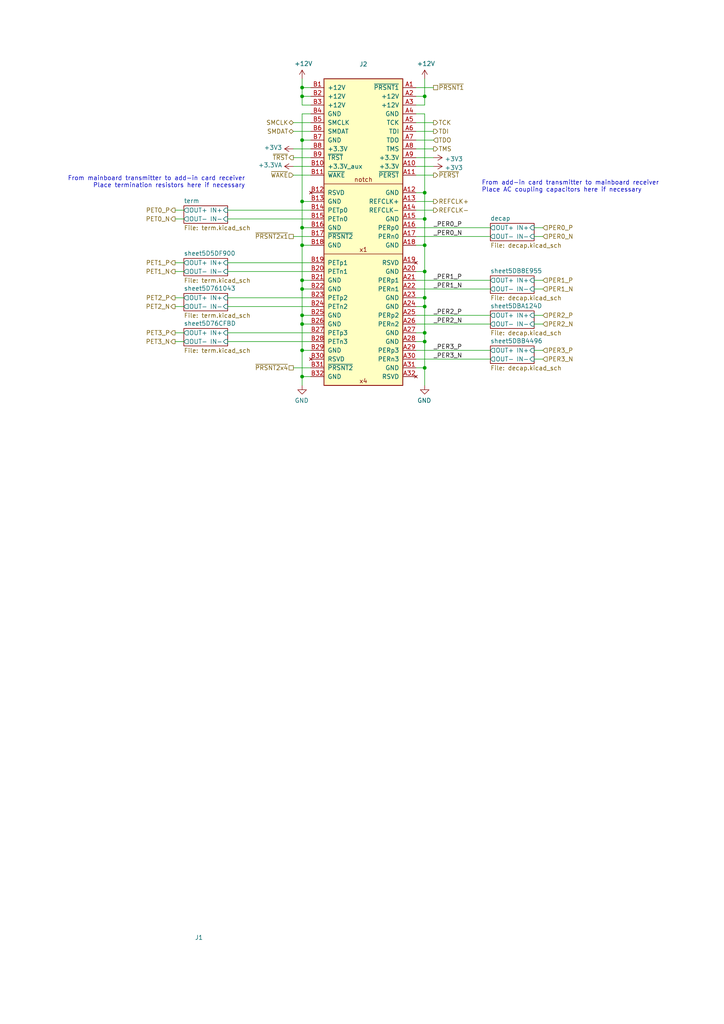
<source format=kicad_sch>
(kicad_sch (version 20211123) (generator eeschema)
  (paper "A4" portrait)
  (title_block (title "PCIexpress_x4_half") (company "Author: Luca Anastasio"))
  (lib_symbols
    (symbol "PCIexpress:PCIexpress_bracket" (pin_names (offset 1.016))
      (property "Reference" "J" (at 0 0 0))
      (property "Value" "PCIexpress_bracket" (at 0 0 0))
    )
    (symbol "PCIexpress:PCIexpress_x4" (pin_names (offset 1.016))
      (property "Reference" "J" (at 0 3.81 0))
      (property "Value" "PCIexpress_x4" (at 0 1.27 0))
      (symbol "PCIexpress_x4_0_0"
        (text "notch" (at 0 -29.21 0) (effects (font (size 1.27 1.27))))
        (text "x1" (at 0 -49.53 0) (effects (font (size 1.27 1.27))))
        (text "x4" (at 0 -87.63 0) (effects (font (size 1.27 1.27))))
      )
      (symbol "PCIexpress_x4_0_1"
        (polyline (pts (xy 11.43 -50.8) (xy -11.43 -50.8)))
        (polyline (pts (xy 11.43 -30.48) (xy -11.43 -30.48)))
      )
      (symbol "PCIexpress_x4_1_1"
        (rectangle (start 11.43 0) (end -11.43 -88.9) (stroke (width 0.254)) (fill (type background)))
        (pin passive line (at 15.24 -2.54 180) (length 3.81) (name "~{PRSNT1}") (number "A1"))
        (pin power_out line (at 15.24 -25.4 180) (length 3.81) (name "+3.3V") (number "A10"))
        (pin output line (at 15.24 -27.94 180) (length 3.81) (name "~{PERST}") (number "A11"))
        (pin power_out line (at 15.24 -33.02 180) (length 3.81) (name "GND") (number "A12"))
        (pin output line (at 15.24 -35.56 180) (length 3.81) (name "REFCLK+") (number "A13"))
        (pin output line (at 15.24 -38.1 180) (length 3.81) (name "REFCLK-") (number "A14"))
        (pin power_out line (at 15.24 -40.64 180) (length 3.81) (name "GND") (number "A15"))
        (pin input line (at 15.24 -43.18 180) (length 3.81) (name "PERp0") (number "A16"))
        (pin input line (at 15.24 -45.72 180) (length 3.81) (name "PERn0") (number "A17"))
        (pin power_out line (at 15.24 -48.26 180) (length 3.81) (name "GND") (number "A18"))
        (pin no_connect line (at 15.24 -53.34 180) (length 3.81) (name "RSVD") (number "A19"))
        (pin power_out line (at 15.24 -5.08 180) (length 3.81) (name "+12V") (number "A2"))
        (pin power_out line (at 15.24 -55.88 180) (length 3.81) (name "GND") (number "A20"))
        (pin input line (at 15.24 -58.42 180) (length 3.81) (name "PERp1") (number "A21"))
        (pin input line (at 15.24 -60.96 180) (length 3.81) (name "PERn1") (number "A22"))
        (pin power_out line (at 15.24 -63.5 180) (length 3.81) (name "GND") (number "A23"))
        (pin power_out line (at 15.24 -66.04 180) (length 3.81) (name "GND") (number "A24"))
        (pin input line (at 15.24 -68.58 180) (length 3.81) (name "PERp2") (number "A25"))
        (pin input line (at 15.24 -71.12 180) (length 3.81) (name "PERn2") (number "A26"))
        (pin power_out line (at 15.24 -73.66 180) (length 3.81) (name "GND") (number "A27"))
        (pin power_out line (at 15.24 -76.2 180) (length 3.81) (name "GND") (number "A28"))
        (pin input line (at 15.24 -78.74 180) (length 3.81) (name "PERp3") (number "A29"))
        (pin power_out line (at 15.24 -7.62 180) (length 3.81) (name "+12V") (number "A3"))
        (pin input line (at 15.24 -81.28 180) (length 3.81) (name "PERn3") (number "A30"))
        (pin power_out line (at 15.24 -83.82 180) (length 3.81) (name "GND") (number "A31"))
        (pin no_connect line (at 15.24 -86.36 180) (length 3.81) (name "RSVD") (number "A32"))
        (pin power_out line (at 15.24 -10.16 180) (length 3.81) (name "GND") (number "A4"))
        (pin output line (at 15.24 -12.7 180) (length 3.81) (name "TCK") (number "A5"))
        (pin output line (at 15.24 -15.24 180) (length 3.81) (name "TDI") (number "A6"))
        (pin input line (at 15.24 -17.78 180) (length 3.81) (name "TDO") (number "A7"))
        (pin output line (at 15.24 -20.32 180) (length 3.81) (name "TMS") (number "A8"))
        (pin power_out line (at 15.24 -22.86 180) (length 3.81) (name "+3.3V") (number "A9"))
        (pin power_out line (at -15.24 -2.54 0) (length 3.81) (name "+12V") (number "B1"))
        (pin power_out line (at -15.24 -25.4 0) (length 3.81) (name "+3.3V_aux") (number "B10"))
        (pin open_collector line (at -15.24 -27.94 0) (length 3.81) (name "~{WAKE}") (number "B11"))
        (pin no_connect line (at -15.24 -33.02 0) (length 3.81) (name "RSVD") (number "B12"))
        (pin power_out line (at -15.24 -35.56 0) (length 3.81) (name "GND") (number "B13"))
        (pin output line (at -15.24 -38.1 0) (length 3.81) (name "PETp0") (number "B14"))
        (pin output line (at -15.24 -40.64 0) (length 3.81) (name "PETn0") (number "B15"))
        (pin power_out line (at -15.24 -43.18 0) (length 3.81) (name "GND") (number "B16"))
        (pin passive line (at -15.24 -45.72 0) (length 3.81) (name "~{PRSNT2}") (number "B17"))
        (pin power_out line (at -15.24 -48.26 0) (length 3.81) (name "GND") (number "B18"))
        (pin output line (at -15.24 -53.34 0) (length 3.81) (name "PETp1") (number "B19"))
        (pin power_out line (at -15.24 -5.08 0) (length 3.81) (name "+12V") (number "B2"))
        (pin output line (at -15.24 -55.88 0) (length 3.81) (name "PETn1") (number "B20"))
        (pin power_out line (at -15.24 -58.42 0) (length 3.81) (name "GND") (number "B21"))
        (pin power_out line (at -15.24 -60.96 0) (length 3.81) (name "GND") (number "B22"))
        (pin output line (at -15.24 -63.5 0) (length 3.81) (name "PETp2") (number "B23"))
        (pin output line (at -15.24 -66.04 0) (length 3.81) (name "PETn2") (number "B24"))
        (pin power_out line (at -15.24 -68.58 0) (length 3.81) (name "GND") (number "B25"))
        (pin power_out line (at -15.24 -71.12 0) (length 3.81) (name "GND") (number "B26"))
        (pin output line (at -15.24 -73.66 0) (length 3.81) (name "PETp3") (number "B27"))
        (pin output line (at -15.24 -76.2 0) (length 3.81) (name "PETn3") (number "B28"))
        (pin power_out line (at -15.24 -78.74 0) (length 3.81) (name "GND") (number "B29"))
        (pin power_out line (at -15.24 -7.62 0) (length 3.81) (name "+12V") (number "B3"))
        (pin no_connect line (at -15.24 -81.28 0) (length 3.81) (name "RSVD") (number "B30"))
        (pin passive line (at -15.24 -83.82 0) (length 3.81) (name "~{PRSNT2}") (number "B31"))
        (pin power_out line (at -15.24 -86.36 0) (length 3.81) (name "GND") (number "B32"))
        (pin power_out line (at -15.24 -10.16 0) (length 3.81) (name "GND") (number "B4"))
        (pin open_collector line (at -15.24 -12.7 0) (length 3.81) (name "SMCLK") (number "B5"))
        (pin open_collector line (at -15.24 -15.24 0) (length 3.81) (name "SMDAT") (number "B6"))
        (pin power_out line (at -15.24 -17.78 0) (length 3.81) (name "GND") (number "B7"))
        (pin power_out line (at -15.24 -20.32 0) (length 3.81) (name "+3.3V") (number "B8"))
        (pin output line (at -15.24 -22.86 0) (length 3.81) (name "~{TRST}") (number "B9"))
      )
    )
    (symbol "PCIexpress_x4_half-rescue:+3.3V-power" (power) (pin_names (offset 0))
      (property "Value" "+3.3V-power" (at 0 3.556 0))
      (symbol "+3.3V-power_0_1"
        (polyline (pts (xy -0.762 1.27) (xy 0 2.54)))
        (polyline (pts (xy 0 0) (xy 0 2.54)))
        (polyline (pts (xy 0 2.54) (xy 0.762 1.27)))
      )
      (symbol "+3.3V-power_1_1"
        (pin power_in line (at 0 0 90) (length 0) hide (name "+3V3") (number "1"))
      )
    )
    (symbol "power:+12V" (power) (pin_names (offset 0))
      (property "Value" "+12V" (at 0 3.556 0))
      (symbol "+12V_0_1"
        (polyline (pts (xy -0.762 1.27) (xy 0 2.54)))
        (polyline (pts (xy 0 0) (xy 0 2.54)))
        (polyline (pts (xy 0 2.54) (xy 0.762 1.27)))
      )
      (symbol "+12V_1_1"
        (pin power_in line (at 0 0 90) (length 0) hide (name "+12V") (number "1"))
      )
    )
    (symbol "power:+3.3VA" (power) (pin_names (offset 0))
      (property "Value" "+3.3VA" (at 0 3.556 0))
      (symbol "+3.3VA_0_1"
        (polyline (pts (xy -0.762 1.27) (xy 0 2.54)))
        (polyline (pts (xy 0 0) (xy 0 2.54)))
        (polyline (pts (xy 0 2.54) (xy 0.762 1.27)))
      )
      (symbol "+3.3VA_1_1"
        (pin power_in line (at 0 0 90) (length 0) hide (name "+3.3VA") (number "1"))
      )
    )
    (symbol "power:GND" (power) (pin_names (offset 0))
      (property "Value" "GND" (at 0 -3.81 0))
      (symbol "GND_0_1"
        (polyline (pts (xy 0 0) (xy 0 -1.27) (xy 1.27 -1.27) (xy 0 -2.54) (xy -1.27 -1.27) (xy 0 -1.27)))
      )
      (symbol "GND_1_1"
        (pin power_in line (at 0 0 270) (length 0) hide (name "GND") (number "1"))
      )
    )
  )
  (junction (at 123.19 27.94))
  (junction (at 87.63 58.42))
  (junction (at 123.19 106.68))
  (junction (at 87.63 93.98))
  (junction (at 87.63 83.82))
  (junction (at 87.63 81.28))
  (junction (at 123.19 86.36))
  (junction (at 87.63 25.4))
  (junction (at 87.63 109.22))
  (junction (at 87.63 40.64))
  (junction (at 123.19 96.52))
  (junction (at 123.19 55.88))
  (junction (at 87.63 71.12))
  (junction (at 123.19 99.06))
  (junction (at 123.19 63.5))
  (junction (at 87.63 27.94))
  (junction (at 87.63 66.04))
  (junction (at 87.63 91.44))
  (junction (at 87.63 101.6))
  (junction (at 123.19 71.12))
  (junction (at 123.19 78.74))
  (junction (at 123.19 88.9))
  (wire (pts (xy 120.65 93.98) (xy 142.24 93.98)))
  (wire (pts (xy 120.65 30.48) (xy 123.19 30.48)))
  (wire (pts (xy 123.19 78.74) (xy 123.19 86.36)))
  (wire (pts (xy 90.17 66.04) (xy 87.63 66.04)))
  (wire (pts (xy 123.19 88.9) (xy 123.19 96.52)))
  (wire (pts (xy 120.65 60.96) (xy 125.73 60.96)))
  (wire (pts (xy 90.17 40.64) (xy 87.63 40.64)))
  (wire (pts (xy 120.65 66.04) (xy 142.24 66.04)))
  (wire (pts (xy 66.04 63.5) (xy 90.17 63.5)))
  (wire (pts (xy 85.09 48.26) (xy 90.17 48.26)))
  (wire (pts (xy 87.63 109.22) (xy 87.63 101.6)))
  (wire (pts (xy 90.17 25.4) (xy 87.63 25.4)))
  (wire (pts (xy 90.17 83.82) (xy 87.63 83.82)))
  (wire (pts (xy 66.04 76.2) (xy 90.17 76.2)))
  (wire (pts (xy 154.94 68.58) (xy 157.48 68.58)))
  (wire (pts (xy 120.65 78.74) (xy 123.19 78.74)))
  (wire (pts (xy 120.65 63.5) (xy 123.19 63.5)))
  (wire (pts (xy 87.63 40.64) (xy 87.63 33.02)))
  (wire (pts (xy 154.94 93.98) (xy 157.48 93.98)))
  (wire (pts (xy 87.63 66.04) (xy 87.63 58.42)))
  (wire (pts (xy 85.09 43.18) (xy 90.17 43.18)))
  (wire (pts (xy 120.65 101.6) (xy 142.24 101.6)))
  (wire (pts (xy 120.65 25.4) (xy 125.73 25.4)))
  (wire (pts (xy 123.19 86.36) (xy 123.19 88.9)))
  (wire (pts (xy 120.65 99.06) (xy 123.19 99.06)))
  (wire (pts (xy 154.94 66.04) (xy 157.48 66.04)))
  (wire (pts (xy 154.94 101.6) (xy 157.48 101.6)))
  (wire (pts (xy 154.94 91.44) (xy 157.48 91.44)))
  (wire (pts (xy 66.04 99.06) (xy 90.17 99.06)))
  (wire (pts (xy 87.63 91.44) (xy 87.63 83.82)))
  (wire (pts (xy 120.65 35.56) (xy 125.73 35.56)))
  (wire (pts (xy 90.17 30.48) (xy 87.63 30.48)))
  (wire (pts (xy 120.65 68.58) (xy 142.24 68.58)))
  (wire (pts (xy 120.65 104.14) (xy 142.24 104.14)))
  (wire (pts (xy 66.04 60.96) (xy 90.17 60.96)))
  (wire (pts (xy 85.09 106.68) (xy 90.17 106.68)))
  (wire (pts (xy 87.63 58.42) (xy 87.63 40.64)))
  (wire (pts (xy 123.19 71.12) (xy 123.19 78.74)))
  (wire (pts (xy 120.65 71.12) (xy 123.19 71.12)))
  (wire (pts (xy 50.8 78.74) (xy 53.34 78.74)))
  (wire (pts (xy 90.17 109.22) (xy 87.63 109.22)))
  (wire (pts (xy 120.65 58.42) (xy 125.73 58.42)))
  (wire (pts (xy 123.19 33.02) (xy 120.65 33.02)))
  (wire (pts (xy 87.63 25.4) (xy 87.63 22.86)))
  (wire (pts (xy 87.63 27.94) (xy 90.17 27.94)))
  (wire (pts (xy 50.8 63.5) (xy 53.34 63.5)))
  (wire (pts (xy 120.65 81.28) (xy 142.24 81.28)))
  (wire (pts (xy 154.94 81.28) (xy 157.48 81.28)))
  (wire (pts (xy 123.19 27.94) (xy 120.65 27.94)))
  (wire (pts (xy 120.65 86.36) (xy 123.19 86.36)))
  (wire (pts (xy 87.63 101.6) (xy 87.63 93.98)))
  (wire (pts (xy 123.19 111.76) (xy 123.19 106.68)))
  (wire (pts (xy 50.8 60.96) (xy 53.34 60.96)))
  (wire (pts (xy 85.09 50.8) (xy 90.17 50.8)))
  (wire (pts (xy 120.65 50.8) (xy 125.73 50.8)))
  (wire (pts (xy 66.04 78.74) (xy 90.17 78.74)))
  (wire (pts (xy 66.04 96.52) (xy 90.17 96.52)))
  (wire (pts (xy 90.17 68.58) (xy 85.09 68.58)))
  (wire (pts (xy 123.19 30.48) (xy 123.19 27.94)))
  (wire (pts (xy 85.09 38.1) (xy 90.17 38.1)))
  (wire (pts (xy 123.19 63.5) (xy 123.19 71.12)))
  (wire (pts (xy 120.65 45.72) (xy 125.73 45.72)))
  (wire (pts (xy 123.19 99.06) (xy 123.19 106.68)))
  (wire (pts (xy 87.63 33.02) (xy 90.17 33.02)))
  (wire (pts (xy 120.65 83.82) (xy 142.24 83.82)))
  (wire (pts (xy 120.65 88.9) (xy 123.19 88.9)))
  (wire (pts (xy 120.65 48.26) (xy 125.73 48.26)))
  (wire (pts (xy 50.8 96.52) (xy 53.34 96.52)))
  (wire (pts (xy 50.8 99.06) (xy 53.34 99.06)))
  (wire (pts (xy 90.17 101.6) (xy 87.63 101.6)))
  (wire (pts (xy 87.63 83.82) (xy 87.63 81.28)))
  (wire (pts (xy 120.65 55.88) (xy 123.19 55.88)))
  (wire (pts (xy 123.19 33.02) (xy 123.19 55.88)))
  (wire (pts (xy 90.17 93.98) (xy 87.63 93.98)))
  (wire (pts (xy 154.94 104.14) (xy 157.48 104.14)))
  (wire (pts (xy 120.65 40.64) (xy 125.73 40.64)))
  (wire (pts (xy 50.8 86.36) (xy 53.34 86.36)))
  (wire (pts (xy 154.94 83.82) (xy 157.48 83.82)))
  (wire (pts (xy 87.63 71.12) (xy 87.63 66.04)))
  (wire (pts (xy 120.65 38.1) (xy 125.73 38.1)))
  (wire (pts (xy 85.09 45.72) (xy 90.17 45.72)))
  (wire (pts (xy 50.8 76.2) (xy 53.34 76.2)))
  (wire (pts (xy 85.09 35.56) (xy 90.17 35.56)))
  (wire (pts (xy 90.17 81.28) (xy 87.63 81.28)))
  (wire (pts (xy 66.04 86.36) (xy 90.17 86.36)))
  (wire (pts (xy 90.17 71.12) (xy 87.63 71.12)))
  (wire (pts (xy 90.17 58.42) (xy 87.63 58.42)))
  (wire (pts (xy 120.65 43.18) (xy 125.73 43.18)))
  (wire (pts (xy 87.63 27.94) (xy 87.63 25.4)))
  (wire (pts (xy 66.04 88.9) (xy 90.17 88.9)))
  (wire (pts (xy 123.19 22.86) (xy 123.19 27.94)))
  (wire (pts (xy 120.65 91.44) (xy 142.24 91.44)))
  (wire (pts (xy 87.63 111.76) (xy 87.63 109.22)))
  (wire (pts (xy 123.19 55.88) (xy 123.19 63.5)))
  (wire (pts (xy 87.63 30.48) (xy 87.63 27.94)))
  (wire (pts (xy 120.65 106.68) (xy 123.19 106.68)))
  (wire (pts (xy 87.63 81.28) (xy 87.63 71.12)))
  (wire (pts (xy 87.63 93.98) (xy 87.63 91.44)))
  (wire (pts (xy 90.17 91.44) (xy 87.63 91.44)))
  (wire (pts (xy 50.8 88.9) (xy 53.34 88.9)))
  (wire (pts (xy 123.19 96.52) (xy 123.19 99.06)))
  (wire (pts (xy 120.65 96.52) (xy 123.19 96.52)))
  (text "From mainboard transmitter to add-in card receiver\nPlace termination resistors here if necessary" (at 71.12 54.61 0) (effects (font (size 1.27 1.27)) (justify right bottom)))
  (text "From add-in card transmitter to mainboard receiver\nPlace AC coupling capacitors here if necessary" (at 139.7 55.88 0) (effects (font (size 1.27 1.27)) (justify left bottom)))
  (label "_PER3_P" (at 125.73 101.6 0))
  (label "_PER1_N" (at 125.73 83.82 0))
  (label "_PER2_P" (at 125.73 91.44 0))
  (label "_PER1_P" (at 125.73 81.28 0))
  (label "_PER0_N" (at 125.73 68.58 0))
  (label "_PER2_N" (at 125.73 93.98 0))
  (label "_PER3_N" (at 125.73 104.14 0))
  (label "_PER0_P" (at 125.73 66.04 0))
  (hierarchical_label "PET3_N" (shape output) (at 50.8 99.06 180))
  (hierarchical_label "REFCLK+" (shape output) (at 125.73 58.42 0))
  (hierarchical_label "~{WAKE}" (shape input) (at 85.09 50.8 180))
  (hierarchical_label "~{PERST}" (shape output) (at 125.73 50.8 0))
  (hierarchical_label "~{PRSNT2x1}" (shape passive) (at 85.09 68.58 180))
  (hierarchical_label "TMS" (shape output) (at 125.73 43.18 0))
  (hierarchical_label "PER1_P" (shape input) (at 157.48 81.28 0))
  (hierarchical_label "PET0_P" (shape output) (at 50.8 60.96 180))
  (hierarchical_label "PER0_N" (shape input) (at 157.48 68.58 0))
  (hierarchical_label "REFCLK-" (shape output) (at 125.73 60.96 0))
  (hierarchical_label "PET0_N" (shape output) (at 50.8 63.5 180))
  (hierarchical_label "PER2_N" (shape input) (at 157.48 93.98 0))
  (hierarchical_label "PER2_P" (shape input) (at 157.48 91.44 0))
  (hierarchical_label "PET2_P" (shape output) (at 50.8 86.36 180))
  (hierarchical_label "PET1_N" (shape output) (at 50.8 78.74 180))
  (hierarchical_label "PET3_P" (shape output) (at 50.8 96.52 180))
  (hierarchical_label "~{TRST}" (shape output) (at 85.09 45.72 180))
  (hierarchical_label "PET1_P" (shape output) (at 50.8 76.2 180))
  (hierarchical_label "PET2_N" (shape output) (at 50.8 88.9 180))
  (hierarchical_label "TDI" (shape output) (at 125.73 38.1 0))
  (hierarchical_label "PER1_N" (shape input) (at 157.48 83.82 0))
  (hierarchical_label "PER3_N" (shape input) (at 157.48 104.14 0))
  (hierarchical_label "PER0_P" (shape input) (at 157.48 66.04 0))
  (hierarchical_label "TDO" (shape input) (at 125.73 40.64 0))
  (hierarchical_label "~{PRSNT1}" (shape passive) (at 125.73 25.4 0))
  (hierarchical_label "~{PRSNT2x4}" (shape passive) (at 85.09 106.68 180))
  (hierarchical_label "PER3_P" (shape input) (at 157.48 101.6 0))
  (hierarchical_label "SMDAT" (shape bidirectional) (at 85.09 38.1 180))
  (hierarchical_label "TCK" (shape output) (at 125.73 35.56 0))
  (hierarchical_label "SMCLK" (shape bidirectional) (at 85.09 35.56 180))
  (symbol (lib_id "PCIexpress:PCIexpress_x4") (at 105.41 22.86 0) (unit 1)
    (property "Reference" "J2" (at 105.41 18.6182 0))
  )
  (symbol (lib_id "PCIexpress:PCIexpress_bracket") (at 55.88 273.05 0) (unit 1)
    (property "Reference" "J1" (at 56.515 271.8816 0) (effects (justify left)))
  )
  (symbol (lib_id "power:GND") (at 87.63 111.76 0) (mirror y) (unit 1)
    (property "Reference" "#PWR0101" (effects hide))
  )
  (symbol (lib_id "power:GND") (at 123.19 111.76 0) (mirror y) (unit 1)
    (property "Reference" "#PWR0102" (effects hide))
  )
  (symbol (lib_id "PCIexpress_x4_half-rescue:+3.3V-power") (at 85.09 43.18 90) (unit 1)
    (property "Reference" "#PWR?" (effects hide))
  )
  (symbol (lib_id "PCIexpress_x4_half-rescue:+3.3V-power") (at 125.73 45.72 270) (unit 1)
    (property "Reference" "#PWR?" (effects hide))
  )
  (symbol (lib_id "PCIexpress_x4_half-rescue:+3.3V-power") (at 125.73 48.26 270) (unit 1)
    (property "Reference" "#PWR?" (effects hide))
  )
  (symbol (lib_id "power:+3.3VA") (at 85.09 48.26 90) (unit 1)
    (property "Reference" "#PWR?" (effects hide))
  )
  (symbol (lib_id "power:+12V") (at 87.63 22.86 0) (unit 1)
    (property "Reference" "#PWR?" (effects hide))
  )
  (symbol (lib_id "power:+12V") (at 123.19 22.86 0) (unit 1)
    (property "Reference" "#PWR?" (effects hide))
  )
  (sheet (at 53.34 59.69) (size 12.7 5.08)
    (property "Sheet name" "term" (at 53.34 58.9784 0) (effects (justify left bottom)))
    (property "Sheet file" "term.kicad_sch" (at 53.34 65.3546 0) (effects (justify left top)))
    (pin "IN+" input (at 66.04 60.96 0))
    (pin "IN-" input (at 66.04 63.5 0))
    (pin "OUT+" output (at 53.34 60.96 180))
    (pin "OUT-" output (at 53.34 63.5 180))
  )
  (sheet (at 53.34 74.93) (size 12.7 5.08)
    (property "Sheet name" "sheet5D5DF900" (at 53.34 74.2184 0) (effects (justify left bottom)))
    (property "Sheet file" "term.kicad_sch" (at 53.34 80.5946 0) (effects (justify left top)))
    (pin "IN+" input (at 66.04 76.2 0))
    (pin "IN-" input (at 66.04 78.74 0))
    (pin "OUT+" output (at 53.34 76.2 180))
    (pin "OUT-" output (at 53.34 78.74 180))
  )
  (sheet (at 53.34 85.09) (size 12.7 5.08)
    (property "Sheet name" "sheet5D761043" (at 53.34 84.3784 0) (effects (justify left bottom)))
    (property "Sheet file" "term.kicad_sch" (at 53.34 90.7546 0) (effects (justify left top)))
    (pin "IN+" input (at 66.04 86.36 0))
    (pin "IN-" input (at 66.04 88.9 0))
    (pin "OUT+" output (at 53.34 86.36 180))
    (pin "OUT-" output (at 53.34 88.9 180))
  )
  (sheet (at 53.34 95.25) (size 12.7 5.08)
    (property "Sheet name" "sheet5D76CFBD" (at 53.34 94.5384 0) (effects (justify left bottom)))
    (property "Sheet file" "term.kicad_sch" (at 53.34 100.9146 0) (effects (justify left top)))
    (pin "IN+" input (at 66.04 96.52 0))
    (pin "IN-" input (at 66.04 99.06 0))
    (pin "OUT+" output (at 53.34 96.52 180))
    (pin "OUT-" output (at 53.34 99.06 180))
  )
  (sheet (at 142.24 64.77) (size 12.7 5.08)
    (property "Sheet name" "decap" (at 142.24 64.0584 0) (effects (justify left bottom)))
    (property "Sheet file" "decap.kicad_sch" (at 142.24 70.4346 0) (effects (justify left top)))
    (pin "IN+" input (at 154.94 66.04 0))
    (pin "OUT+" output (at 142.24 66.04 180))
    (pin "OUT-" output (at 142.24 68.58 180))
    (pin "IN-" input (at 154.94 68.58 0))
  )
  (sheet (at 142.24 80.01) (size 12.7 5.08)
    (property "Sheet name" "sheet5DB8E955" (at 142.24 79.2984 0) (effects (justify left bottom)))
    (property "Sheet file" "decap.kicad_sch" (at 142.24 85.6746 0) (effects (justify left top)))
    (pin "IN+" input (at 154.94 81.28 0))
    (pin "OUT+" output (at 142.24 81.28 180))
    (pin "OUT-" output (at 142.24 83.82 180))
    (pin "IN-" input (at 154.94 83.82 0))
  )
  (sheet (at 142.24 90.17) (size 12.7 5.08)
    (property "Sheet name" "sheet5DBA124D" (at 142.24 89.4584 0) (effects (justify left bottom)))
    (property "Sheet file" "decap.kicad_sch" (at 142.24 95.8346 0) (effects (justify left top)))
    (pin "IN+" input (at 154.94 91.44 0))
    (pin "OUT+" output (at 142.24 91.44 180))
    (pin "OUT-" output (at 142.24 93.98 180))
    (pin "IN-" input (at 154.94 93.98 0))
  )
  (sheet (at 142.24 100.33) (size 12.7 5.08)
    (property "Sheet name" "sheet5DBB4496" (at 142.24 99.6184 0) (effects (justify left bottom)))
    (property "Sheet file" "decap.kicad_sch" (at 142.24 105.9946 0) (effects (justify left top)))
    (pin "IN+" input (at 154.94 101.6 0))
    (pin "OUT+" output (at 142.24 101.6 180))
    (pin "OUT-" output (at 142.24 104.14 180))
    (pin "IN-" input (at 154.94 104.14 0))
  )
)
</source>
